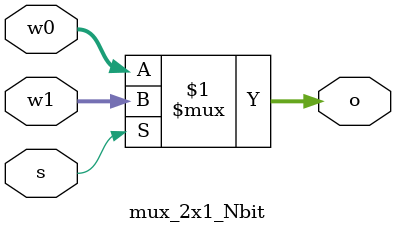
<source format=v>
`timescale 1ns / 1ps

// Author : Venu Pabbuleti 
// ID     : N180116
//Branch  : ECE
//Project : RTL design using Verilog
//Design  : N bit input of 2x1 mux
//Module  : mux_2x1_Nbit
//RGUKT NUZVID 
//////////////////////////////////////////////////////////////////////////////////


module mux_2x1_Nbit #(parameter N=3)(w0,w1,s,o);
input [N-1:0]w0;
input [N-1:0]w1;
input s;
output [N-1:0]o;
assign o = s ? w1 : w0;
endmodule
</source>
